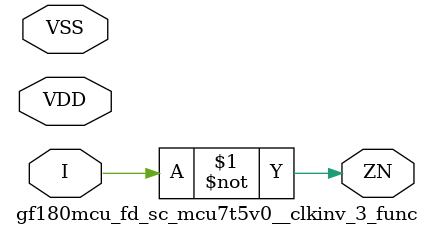
<source format=v>

module gf180mcu_fd_sc_mcu7t5v0__clkinv_3_func( I, ZN, VDD, VSS );
input I;
inout VDD, VSS;
output ZN;

	not MGM_BG_0( ZN, I );

endmodule

</source>
